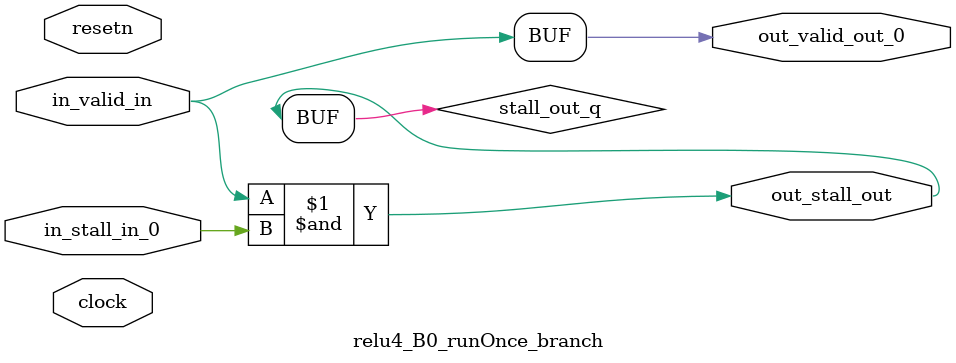
<source format=sv>



(* altera_attribute = "-name AUTO_SHIFT_REGISTER_RECOGNITION OFF; -name MESSAGE_DISABLE 10036; -name MESSAGE_DISABLE 10037; -name MESSAGE_DISABLE 14130; -name MESSAGE_DISABLE 14320; -name MESSAGE_DISABLE 15400; -name MESSAGE_DISABLE 14130; -name MESSAGE_DISABLE 10036; -name MESSAGE_DISABLE 12020; -name MESSAGE_DISABLE 12030; -name MESSAGE_DISABLE 12010; -name MESSAGE_DISABLE 12110; -name MESSAGE_DISABLE 14320; -name MESSAGE_DISABLE 13410; -name MESSAGE_DISABLE 113007; -name MESSAGE_DISABLE 10958" *)
module relu4_B0_runOnce_branch (
    input wire [0:0] in_stall_in_0,
    input wire [0:0] in_valid_in,
    output wire [0:0] out_stall_out,
    output wire [0:0] out_valid_out_0,
    input wire clock,
    input wire resetn
    );

    wire [0:0] stall_out_q;


    // stall_out(LOGICAL,6)
    assign stall_out_q = in_valid_in & in_stall_in_0;

    // out_stall_out(GPOUT,4)
    assign out_stall_out = stall_out_q;

    // out_valid_out_0(GPOUT,5)
    assign out_valid_out_0 = in_valid_in;

endmodule

</source>
